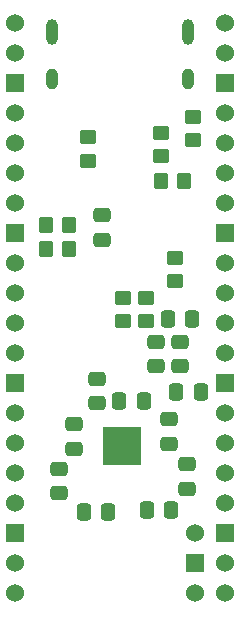
<source format=gbs>
%TF.GenerationSoftware,KiCad,Pcbnew,(6.0.4)*%
%TF.CreationDate,2022-11-10T18:02:23+09:00*%
%TF.ProjectId,rp2040-test,72703230-3430-42d7-9465-73742e6b6963,rev?*%
%TF.SameCoordinates,Original*%
%TF.FileFunction,Soldermask,Bot*%
%TF.FilePolarity,Negative*%
%FSLAX46Y46*%
G04 Gerber Fmt 4.6, Leading zero omitted, Abs format (unit mm)*
G04 Created by KiCad (PCBNEW (6.0.4)) date 2022-11-10 18:02:23*
%MOMM*%
%LPD*%
G01*
G04 APERTURE LIST*
G04 Aperture macros list*
%AMRoundRect*
0 Rectangle with rounded corners*
0 $1 Rounding radius*
0 $2 $3 $4 $5 $6 $7 $8 $9 X,Y pos of 4 corners*
0 Add a 4 corners polygon primitive as box body*
4,1,4,$2,$3,$4,$5,$6,$7,$8,$9,$2,$3,0*
0 Add four circle primitives for the rounded corners*
1,1,$1+$1,$2,$3*
1,1,$1+$1,$4,$5*
1,1,$1+$1,$6,$7*
1,1,$1+$1,$8,$9*
0 Add four rect primitives between the rounded corners*
20,1,$1+$1,$2,$3,$4,$5,0*
20,1,$1+$1,$4,$5,$6,$7,0*
20,1,$1+$1,$6,$7,$8,$9,0*
20,1,$1+$1,$8,$9,$2,$3,0*%
G04 Aperture macros list end*
%ADD10O,1.000000X2.200000*%
%ADD11O,1.000000X1.800000*%
%ADD12C,1.524000*%
%ADD13R,1.524000X1.524000*%
%ADD14R,3.200000X3.200000*%
%ADD15RoundRect,0.250000X-0.475000X0.337500X-0.475000X-0.337500X0.475000X-0.337500X0.475000X0.337500X0*%
%ADD16RoundRect,0.250000X0.450000X-0.350000X0.450000X0.350000X-0.450000X0.350000X-0.450000X-0.350000X0*%
%ADD17RoundRect,0.250000X0.337500X0.475000X-0.337500X0.475000X-0.337500X-0.475000X0.337500X-0.475000X0*%
%ADD18RoundRect,0.250000X-0.337500X-0.475000X0.337500X-0.475000X0.337500X0.475000X-0.337500X0.475000X0*%
%ADD19RoundRect,0.250000X-0.450000X0.350000X-0.450000X-0.350000X0.450000X-0.350000X0.450000X0.350000X0*%
%ADD20RoundRect,0.250000X-0.350000X-0.450000X0.350000X-0.450000X0.350000X0.450000X-0.350000X0.450000X0*%
%ADD21RoundRect,0.250000X0.475000X-0.337500X0.475000X0.337500X-0.475000X0.337500X-0.475000X-0.337500X0*%
%ADD22RoundRect,0.250000X0.350000X0.450000X-0.350000X0.450000X-0.350000X-0.450000X0.350000X-0.450000X0*%
G04 APERTURE END LIST*
D10*
%TO.C,J1*%
X112350000Y-33740000D03*
D11*
X112350000Y-37740000D03*
X123850000Y-37740000D03*
D10*
X123850000Y-33740000D03*
%TD*%
D12*
%TO.C,P3*%
X127000000Y-33020000D03*
X127000000Y-35560000D03*
D13*
X127000000Y-38100000D03*
D12*
X127000000Y-40640000D03*
X127000000Y-43180000D03*
X127000000Y-45720000D03*
X127000000Y-48260000D03*
D13*
X127000000Y-50800000D03*
D12*
X127000000Y-53340000D03*
X127000000Y-55880000D03*
X127000000Y-58420000D03*
X127000000Y-60960000D03*
D13*
X127000000Y-63500000D03*
D12*
X127000000Y-66040000D03*
X127000000Y-68580000D03*
X127000000Y-71120000D03*
X127000000Y-73660000D03*
D13*
X127000000Y-76200000D03*
D12*
X127000000Y-78740000D03*
X127000000Y-81280000D03*
%TD*%
D14*
%TO.C,U1*%
X118300000Y-68800000D03*
%TD*%
D12*
%TO.C,J2*%
X124460000Y-81280000D03*
D13*
X124460000Y-78740000D03*
D12*
X124460000Y-76200000D03*
%TD*%
%TO.C,P2*%
X109220000Y-33020000D03*
X109220000Y-35560000D03*
D13*
X109220000Y-38100000D03*
D12*
X109220000Y-40640000D03*
X109220000Y-43180000D03*
X109220000Y-45720000D03*
X109220000Y-48260000D03*
D13*
X109220000Y-50800000D03*
D12*
X109220000Y-53340000D03*
X109220000Y-55880000D03*
X109220000Y-58420000D03*
X109220000Y-60960000D03*
D13*
X109220000Y-63500000D03*
D12*
X109220000Y-66040000D03*
X109220000Y-68580000D03*
X109220000Y-71120000D03*
X109220000Y-73660000D03*
D13*
X109220000Y-76200000D03*
D12*
X109220000Y-78740000D03*
X109220000Y-81280000D03*
%TD*%
D15*
%TO.C,C4*%
X114200000Y-66962500D03*
X114200000Y-69037500D03*
%TD*%
D16*
%TO.C,R1*%
X118350000Y-58250000D03*
X118350000Y-56250000D03*
%TD*%
D15*
%TO.C,C10*%
X112950000Y-70725000D03*
X112950000Y-72800000D03*
%TD*%
D17*
%TO.C,C16*%
X117137500Y-74400000D03*
X115062500Y-74400000D03*
%TD*%
D18*
%TO.C,C2*%
X118062500Y-65000000D03*
X120137500Y-65000000D03*
%TD*%
D16*
%TO.C,R9*%
X121566000Y-44280000D03*
X121566000Y-42280000D03*
%TD*%
D18*
%TO.C,C1*%
X120400000Y-74250000D03*
X122475000Y-74250000D03*
%TD*%
%TO.C,C13*%
X122162500Y-58050000D03*
X124237500Y-58050000D03*
%TD*%
D19*
%TO.C,R4*%
X115450000Y-42650000D03*
X115450000Y-44650000D03*
%TD*%
D18*
%TO.C,C9*%
X122893000Y-64262000D03*
X124968000Y-64262000D03*
%TD*%
D15*
%TO.C,C5*%
X116170000Y-63100000D03*
X116170000Y-65175000D03*
%TD*%
D20*
%TO.C,R10*%
X121582000Y-46382000D03*
X123582000Y-46382000D03*
%TD*%
%TO.C,R3*%
X111850000Y-50100000D03*
X113850000Y-50100000D03*
%TD*%
D21*
%TO.C,C7*%
X123200000Y-62037500D03*
X123200000Y-59962500D03*
%TD*%
D15*
%TO.C,C6*%
X122250000Y-66550000D03*
X122250000Y-68625000D03*
%TD*%
D21*
%TO.C,C15*%
X116586000Y-51329500D03*
X116586000Y-49254500D03*
%TD*%
D16*
%TO.C,R7*%
X122750000Y-54850000D03*
X122750000Y-52850000D03*
%TD*%
D21*
%TO.C,C3*%
X121150000Y-62037500D03*
X121150000Y-59962500D03*
%TD*%
D19*
%TO.C,R5*%
X124306000Y-40937000D03*
X124306000Y-42937000D03*
%TD*%
D16*
%TO.C,R2*%
X120350000Y-58250000D03*
X120350000Y-56250000D03*
%TD*%
D15*
%TO.C,C8*%
X123825000Y-70336500D03*
X123825000Y-72411500D03*
%TD*%
D22*
%TO.C,R8*%
X113850000Y-52150000D03*
X111850000Y-52150000D03*
%TD*%
M02*

</source>
